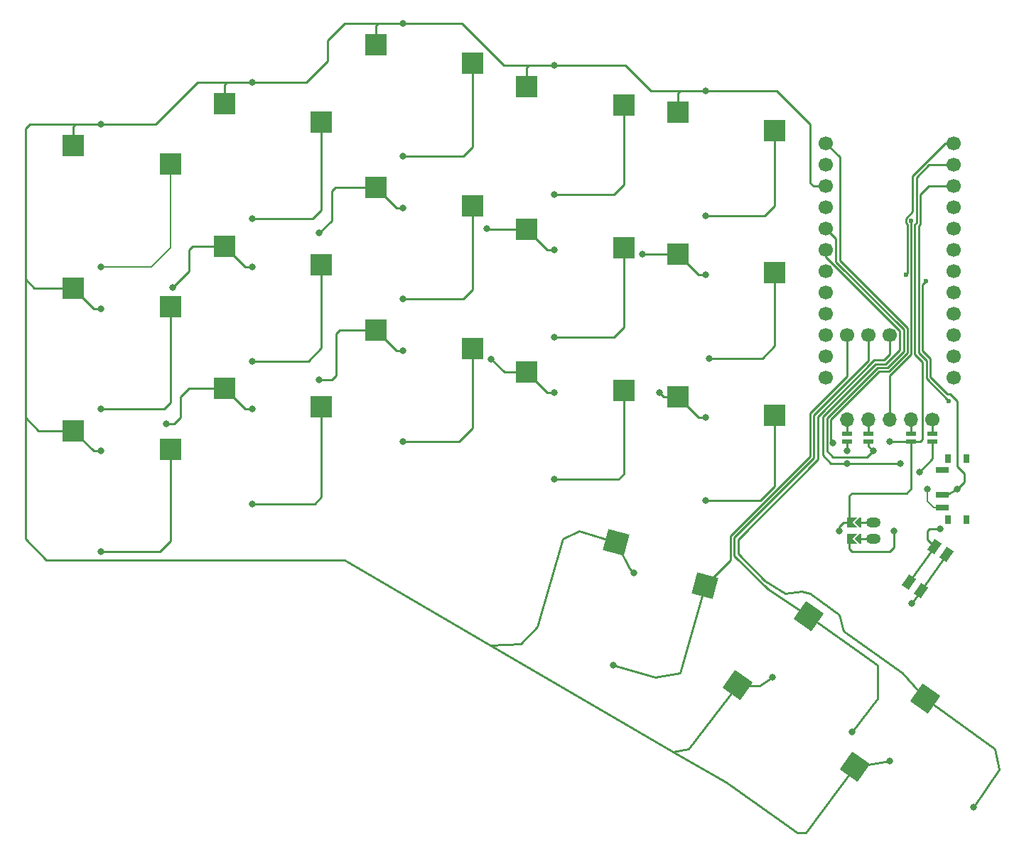
<source format=gbr>
%TF.GenerationSoftware,KiCad,Pcbnew,9.0.0*%
%TF.CreationDate,2025-03-13T17:07:21-04:00*%
%TF.ProjectId,Tenebra,54656e65-6272-4612-9e6b-696361645f70,v1.0.0*%
%TF.SameCoordinates,Original*%
%TF.FileFunction,Copper,L2,Bot*%
%TF.FilePolarity,Positive*%
%FSLAX46Y46*%
G04 Gerber Fmt 4.6, Leading zero omitted, Abs format (unit mm)*
G04 Created by KiCad (PCBNEW 9.0.0) date 2025-03-13 17:07:21*
%MOMM*%
%LPD*%
G01*
G04 APERTURE LIST*
G04 Aperture macros list*
%AMRotRect*
0 Rectangle, with rotation*
0 The origin of the aperture is its center*
0 $1 length*
0 $2 width*
0 $3 Rotation angle, in degrees counterclockwise*
0 Add horizontal line*
21,1,$1,$2,0,0,$3*%
%AMFreePoly0*
4,1,6,0.600000,-1.000000,0.000000,-0.400000,-0.600000,-1.000000,-0.600000,0.250000,0.600000,0.250000,0.600000,-1.000000,0.600000,-1.000000,$1*%
%AMFreePoly1*
4,1,6,0.600000,-0.200000,0.600000,-0.400000,-0.600000,-0.400000,-0.600000,-0.200000,0.000000,0.400000,0.600000,-0.200000,0.600000,-0.200000,$1*%
G04 Aperture macros list end*
%TA.AperFunction,SMDPad,CuDef*%
%ADD10R,2.600000X2.600000*%
%TD*%
%TA.AperFunction,ComponentPad*%
%ADD11C,1.700000*%
%TD*%
%TA.AperFunction,SMDPad,CuDef*%
%ADD12RotRect,2.600000X2.600000X55.000000*%
%TD*%
%TA.AperFunction,SMDPad,CuDef*%
%ADD13FreePoly0,90.000000*%
%TD*%
%TA.AperFunction,ComponentPad*%
%ADD14O,1.750000X1.200000*%
%TD*%
%TA.AperFunction,SMDPad,CuDef*%
%ADD15FreePoly1,90.000000*%
%TD*%
%TA.AperFunction,SMDPad,CuDef*%
%ADD16RotRect,1.550000X1.000000X55.000000*%
%TD*%
%TA.AperFunction,SMDPad,CuDef*%
%ADD17R,0.800000X1.000000*%
%TD*%
%TA.AperFunction,SMDPad,CuDef*%
%ADD18R,1.500000X0.700000*%
%TD*%
%TA.AperFunction,ComponentPad*%
%ADD19O,1.700000X1.700000*%
%TD*%
%TA.AperFunction,SMDPad,CuDef*%
%ADD20R,1.200000X0.600000*%
%TD*%
%TA.AperFunction,SMDPad,CuDef*%
%ADD21RotRect,2.600000X2.600000X345.000000*%
%TD*%
%TA.AperFunction,ViaPad*%
%ADD22C,0.800000*%
%TD*%
%TA.AperFunction,ViaPad*%
%ADD23C,0.600000*%
%TD*%
%TA.AperFunction,Conductor*%
%ADD24C,0.250000*%
%TD*%
%TA.AperFunction,Conductor*%
%ADD25C,0.200000*%
%TD*%
G04 APERTURE END LIST*
D10*
%TO.P,S9,1*%
%TO.N,GND*%
X132725000Y-48050000D03*
%TO.P,S9,2*%
%TO.N,main_middle_top*%
X144275000Y-50250000D03*
%TD*%
D11*
%TO.P,MCU1,1*%
%TO.N,RAW*%
X201620000Y-59800000D03*
%TO.P,MCU1,2*%
%TO.N,GND*%
X201620000Y-62340000D03*
%TO.P,MCU1,3*%
%TO.N,RST*%
X201620000Y-64880000D03*
%TO.P,MCU1,4*%
%TO.N,VCC*%
X201620000Y-67420000D03*
%TO.P,MCU1,5*%
%TO.N,main_index_top*%
X201620000Y-69960000D03*
%TO.P,MCU1,6*%
%TO.N,main_middle_top*%
X201620000Y-72500000D03*
%TO.P,MCU1,7*%
%TO.N,main_inner_home*%
X201620000Y-75040000D03*
%TO.P,MCU1,8*%
%TO.N,main_middle_home*%
X201620000Y-77580000D03*
%TO.P,MCU1,9*%
%TO.N,main_pinky_home*%
X201620000Y-80120000D03*
%TO.P,MCU1,10*%
%TO.N,main_middle_bottom*%
X201620000Y-82660000D03*
%TO.P,MCU1,11*%
%TO.N,main_ring_bottom*%
X201620000Y-85200000D03*
%TO.P,MCU1,12*%
%TO.N,main_pinky_bottom*%
X201620000Y-87740000D03*
%TO.P,MCU1,13*%
%TO.N,main_inner_bottom*%
X186380000Y-87740000D03*
%TO.P,MCU1,14*%
%TO.N,main_index_bottom*%
X186380000Y-85200000D03*
%TO.P,MCU1,15*%
%TO.N,main_ring_home*%
X186380000Y-82660000D03*
%TO.P,MCU1,16*%
%TO.N,main_index_home*%
X186380000Y-80120000D03*
%TO.P,MCU1,17*%
%TO.N,main_pinky_top*%
X186380000Y-77580000D03*
%TO.P,MCU1,18*%
%TO.N,main_ring_top*%
X186380000Y-75040000D03*
%TO.P,MCU1,19*%
%TO.N,P3*%
X186380000Y-72500000D03*
%TO.P,MCU1,20*%
%TO.N,P2*%
X186380000Y-69960000D03*
%TO.P,MCU1,21*%
%TO.N,GND*%
X186380000Y-67420000D03*
%TO.P,MCU1,22*%
X186380000Y-64880000D03*
%TO.P,MCU1,23*%
%TO.N,main_inner_top*%
X186380000Y-62340000D03*
%TO.P,MCU1,24*%
%TO.N,P1*%
X186380000Y-59800000D03*
%TO.P,MCU1,25*%
%TO.N,thumb_inner*%
X188920000Y-82660000D03*
%TO.P,MCU1,26*%
%TO.N,thumb_home*%
X191460000Y-82660000D03*
%TO.P,MCU1,27*%
%TO.N,thumb_outer*%
X194000000Y-82660000D03*
%TD*%
D12*
%TO.P,S17,1*%
%TO.N,GND*%
X175885887Y-124417096D03*
%TO.P,S17,2*%
%TO.N,thumb_home*%
X184312829Y-116217758D03*
%TD*%
D13*
%TO.P,JST1,1*%
%TO.N,pos*%
X189184000Y-107000000D03*
%TO.P,JST1,2*%
%TO.N,GND*%
X189184000Y-105000000D03*
D14*
%TO.P,JST1,11*%
%TO.N,JST1_1*%
X192000000Y-105000000D03*
%TO.P,JST1,12*%
%TO.N,JST1_2*%
X192000000Y-107000000D03*
D15*
%TO.P,JST1,31*%
%TO.N,JST1_1*%
X190200000Y-105000000D03*
%TO.P,JST1,32*%
%TO.N,JST1_2*%
X190200000Y-107000000D03*
%TD*%
D16*
%TO.P,RST1,1*%
%TO.N,GND*%
X200701917Y-108837266D03*
%TO.P,RST1,2*%
%TO.N,RST*%
X199309359Y-107862186D03*
%TO.P,RST1,3*%
%TO.N,GND*%
X197690641Y-113137814D03*
%TO.P,RST1,4*%
%TO.N,RST*%
X196298083Y-112162734D03*
%TD*%
D10*
%TO.P,S4,1*%
%TO.N,GND*%
X114725000Y-89050000D03*
%TO.P,S4,2*%
%TO.N,main_ring_bottom*%
X126275000Y-91250000D03*
%TD*%
%TO.P,S12,1*%
%TO.N,GND*%
X150725000Y-53050000D03*
%TO.P,S12,2*%
%TO.N,main_index_top*%
X162275000Y-55250000D03*
%TD*%
%TO.P,S1,1*%
%TO.N,GND*%
X96725000Y-94050000D03*
%TO.P,S1,2*%
%TO.N,main_pinky_bottom*%
X108275000Y-96250000D03*
%TD*%
%TO.P,S15,1*%
%TO.N,GND*%
X168725000Y-56050000D03*
%TO.P,S15,2*%
%TO.N,main_inner_top*%
X180275000Y-58250000D03*
%TD*%
%TO.P,S6,1*%
%TO.N,GND*%
X114725000Y-55050000D03*
%TO.P,S6,2*%
%TO.N,main_ring_top*%
X126275000Y-57250000D03*
%TD*%
%TO.P,S14,1*%
%TO.N,GND*%
X168725000Y-73050000D03*
%TO.P,S14,2*%
%TO.N,main_inner_home*%
X180275000Y-75250000D03*
%TD*%
%TO.P,S10,1*%
%TO.N,GND*%
X150725000Y-87050000D03*
%TO.P,S10,2*%
%TO.N,main_index_bottom*%
X162275000Y-89250000D03*
%TD*%
%TO.P,S8,1*%
%TO.N,GND*%
X132725000Y-65050000D03*
%TO.P,S8,2*%
%TO.N,main_middle_home*%
X144275000Y-67250000D03*
%TD*%
%TO.P,S11,1*%
%TO.N,GND*%
X150725000Y-70050000D03*
%TO.P,S11,2*%
%TO.N,main_index_home*%
X162275000Y-72250000D03*
%TD*%
%TO.P,S13,1*%
%TO.N,GND*%
X168725000Y-90050000D03*
%TO.P,S13,2*%
%TO.N,main_inner_bottom*%
X180275000Y-92250000D03*
%TD*%
%TO.P,S2,1*%
%TO.N,GND*%
X96725000Y-77050000D03*
%TO.P,S2,2*%
%TO.N,main_pinky_home*%
X108275000Y-79250000D03*
%TD*%
%TO.P,S7,1*%
%TO.N,GND*%
X132725000Y-82050000D03*
%TO.P,S7,2*%
%TO.N,main_middle_bottom*%
X144275000Y-84250000D03*
%TD*%
%TO.P,S3,1*%
%TO.N,GND*%
X96725000Y-60050000D03*
%TO.P,S3,2*%
%TO.N,main_pinky_top*%
X108275000Y-62250000D03*
%TD*%
D12*
%TO.P,S18,1*%
%TO.N,GND*%
X189811472Y-134167895D03*
%TO.P,S18,2*%
%TO.N,thumb_outer*%
X198238414Y-125968557D03*
%TD*%
D17*
%TO.P,PWR1,*%
%TO.N,*%
X200915000Y-97350000D03*
X200915000Y-104650000D03*
X203125000Y-97350000D03*
X203125000Y-104650000D03*
D18*
%TO.P,PWR1,1*%
%TO.N,N/C*%
X200265000Y-98750000D03*
%TO.P,PWR1,2*%
%TO.N,RAW*%
X200265000Y-101750000D03*
%TO.P,PWR1,3*%
%TO.N,pos*%
X200265000Y-103250000D03*
%TD*%
D10*
%TO.P,S5,1*%
%TO.N,GND*%
X114725000Y-72050000D03*
%TO.P,S5,2*%
%TO.N,main_ring_home*%
X126275000Y-74250000D03*
%TD*%
D19*
%TO.P,DISP1,1*%
%TO.N,DISP1_1*%
X188920000Y-92700000D03*
%TO.P,DISP1,2*%
%TO.N,DISP1_2*%
X191460000Y-92700000D03*
%TO.P,DISP1,3*%
%TO.N,VCC*%
X194000000Y-92700000D03*
%TO.P,DISP1,4*%
%TO.N,DISP1_4*%
X196540000Y-92700000D03*
D11*
%TO.P,DISP1,5*%
%TO.N,DISP1_5*%
X199080000Y-92700000D03*
D20*
%TO.P,DISP1,20*%
%TO.N,P1*%
X199080000Y-95350000D03*
%TO.P,DISP1,21*%
%TO.N,GND*%
X196540000Y-95350000D03*
%TO.P,DISP1,22*%
%TO.N,P2*%
X191460000Y-95350000D03*
%TO.P,DISP1,23*%
%TO.N,P3*%
X188920000Y-95350000D03*
%TO.P,DISP1,24*%
%TO.N,DISP1_5*%
X199080000Y-94450000D03*
%TO.P,DISP1,25*%
%TO.N,DISP1_4*%
X196540000Y-94450000D03*
%TO.P,DISP1,26*%
%TO.N,DISP1_2*%
X191460000Y-94450000D03*
%TO.P,DISP1,27*%
%TO.N,DISP1_1*%
X188920000Y-94450000D03*
%TD*%
D21*
%TO.P,S16,1*%
%TO.N,GND*%
X161376566Y-107405109D03*
%TO.P,S16,2*%
%TO.N,thumb_inner*%
X171963608Y-112519506D03*
%TD*%
D22*
%TO.N,RAW*%
X202000000Y-101000000D03*
D23*
X195900000Y-75500000D03*
X198250000Y-76250000D03*
D22*
%TO.N,GND*%
X126000000Y-88000000D03*
X166500000Y-89500000D03*
X108500000Y-77000000D03*
X154000000Y-72500000D03*
X163500000Y-111000000D03*
X136000000Y-45500000D03*
X118000000Y-91500000D03*
X100000000Y-57500000D03*
X194000000Y-95350000D03*
X154000000Y-89500000D03*
X154000000Y-50500000D03*
X126000000Y-70500000D03*
X118000000Y-52500000D03*
X100000000Y-96500000D03*
X194000000Y-133500000D03*
X107750000Y-93250000D03*
X146000000Y-70000000D03*
X188000000Y-106000000D03*
X136000000Y-84500000D03*
X146500000Y-85500000D03*
X180000000Y-123500000D03*
X196625727Y-114625727D03*
X172000000Y-53500000D03*
X118000000Y-74500000D03*
X100000000Y-79500000D03*
X164500000Y-73000000D03*
X172000000Y-75500000D03*
X136000000Y-67500000D03*
X172000000Y-92500000D03*
%TO.N,RST*%
X200000000Y-105750000D03*
D23*
X201000000Y-90500000D03*
%TO.N,VCC*%
X196525000Y-69000000D03*
D22*
%TO.N,main_index_top*%
X154000000Y-65875000D03*
%TO.N,main_middle_top*%
X136000000Y-61325000D03*
%TO.N,main_inner_home*%
X172500000Y-85425000D03*
%TO.N,main_middle_home*%
X136000000Y-78325000D03*
%TO.N,main_pinky_home*%
X100000000Y-91500000D03*
%TO.N,main_middle_bottom*%
X136000000Y-95325000D03*
%TO.N,main_ring_bottom*%
X118000000Y-102775000D03*
%TO.N,main_pinky_bottom*%
X100000000Y-108500000D03*
%TO.N,P1*%
X187225000Y-95500000D03*
X197500000Y-99000000D03*
%TO.N,main_inner_top*%
X172000000Y-68425000D03*
%TO.N,P2*%
X192000000Y-96500000D03*
%TO.N,P3*%
X188920000Y-97950000D03*
X195225000Y-98000000D03*
X188920000Y-96500000D03*
%TO.N,main_ring_top*%
X118000000Y-68775000D03*
%TO.N,main_pinky_top*%
X100000000Y-74500000D03*
%TO.N,main_index_home*%
X154000000Y-82875000D03*
%TO.N,main_ring_home*%
X118000000Y-85775000D03*
%TO.N,main_index_bottom*%
X154000000Y-99875000D03*
%TO.N,main_inner_bottom*%
X172000000Y-102425000D03*
%TO.N,thumb_inner*%
X161000000Y-122000000D03*
%TO.N,thumb_home*%
X189500000Y-130000000D03*
%TO.N,thumb_outer*%
X204000000Y-139000000D03*
%TO.N,pos*%
X198500000Y-100999994D03*
X194500000Y-106000000D03*
%TD*%
D24*
%TO.N,RAW*%
X196074000Y-69434298D02*
X195899000Y-69259298D01*
X195899000Y-68740702D02*
X196700000Y-67939702D01*
X195899000Y-69259298D02*
X195899000Y-68740702D01*
X197878000Y-76622000D02*
X197878000Y-84500000D01*
X198806000Y-87668190D02*
X200818905Y-89681095D01*
X202851000Y-99157860D02*
X202000000Y-98306860D01*
X201181095Y-89681095D02*
X202000000Y-90500000D01*
X202000000Y-98306860D02*
X202000000Y-90500000D01*
X198250000Y-76250000D02*
X197878000Y-76622000D01*
X195900000Y-75500000D02*
X196074000Y-75326000D01*
X196074000Y-75326000D02*
X196074000Y-69434298D01*
X198806000Y-85428000D02*
X198806000Y-87668190D01*
X200818905Y-89681095D02*
X201181095Y-89681095D01*
X200562190Y-59800000D02*
X201620000Y-59800000D01*
X196700000Y-63662190D02*
X200562190Y-59800000D01*
X197878000Y-84500000D02*
X198806000Y-85428000D01*
X202000000Y-101000000D02*
X202851000Y-100149000D01*
X202000000Y-101000000D02*
X202191726Y-101000000D01*
X202851000Y-100149000D02*
X202851000Y-99157860D01*
X202000000Y-101000000D02*
X200765000Y-101750000D01*
X196700000Y-67939702D02*
X196700000Y-63662190D01*
%TO.N,GND*%
X168180556Y-132319444D02*
X170000000Y-132000000D01*
X91000000Y-92500000D02*
X91000000Y-107000000D01*
X91000000Y-58000000D02*
X91000000Y-76000000D01*
X189811472Y-134167895D02*
X194000000Y-133500000D01*
X165500000Y-53500000D02*
X169500000Y-53500000D01*
X188500000Y-105000000D02*
X188000000Y-105500000D01*
X168725000Y-53775000D02*
X168725000Y-56050000D01*
X99175000Y-79500000D02*
X96725000Y-77050000D01*
X115500000Y-52500000D02*
X118000000Y-52500000D01*
X117175000Y-91500000D02*
X118000000Y-91500000D01*
X197151000Y-63849000D02*
X198660000Y-62340000D01*
X150000000Y-119500000D02*
X152000000Y-117500000D01*
X152000000Y-50500000D02*
X154000000Y-50500000D01*
X196540000Y-95350000D02*
X197650000Y-95350000D01*
X153175000Y-89500000D02*
X154000000Y-89500000D01*
X155000000Y-107000000D02*
X157000000Y-106000000D01*
X200701917Y-108837266D02*
X197690641Y-113137814D01*
X106500000Y-57500000D02*
X100000000Y-57500000D01*
X127000000Y-47500000D02*
X129000000Y-45500000D01*
X148050000Y-87050000D02*
X150725000Y-87050000D01*
X93500000Y-109500000D02*
X129000000Y-109500000D01*
X110500000Y-72500000D02*
X110950000Y-72050000D01*
X196540000Y-100960000D02*
X196000000Y-101500000D01*
X124500000Y-52500000D02*
X127000000Y-50000000D01*
X150725000Y-87050000D02*
X153175000Y-89500000D01*
X180500000Y-53500000D02*
X184500000Y-57500000D01*
X136000000Y-45500000D02*
X143000000Y-45500000D01*
X96725000Y-77050000D02*
X92050000Y-77050000D01*
X197904000Y-85904000D02*
X196976000Y-84976000D01*
X148000000Y-50500000D02*
X152000000Y-50500000D01*
X114725000Y-55050000D02*
X114725000Y-52775000D01*
X109500000Y-92500000D02*
X109500000Y-90000000D01*
X114725000Y-89050000D02*
X117175000Y-91500000D01*
X128450000Y-82050000D02*
X132725000Y-82050000D01*
X135175000Y-84500000D02*
X136000000Y-84500000D01*
X196000000Y-101500000D02*
X189500000Y-101500000D01*
X126000000Y-88000000D02*
X127500000Y-88000000D01*
X152000000Y-117500000D02*
X155000000Y-107000000D01*
X164550000Y-73050000D02*
X168725000Y-73050000D01*
X133000000Y-45500000D02*
X136000000Y-45500000D01*
X114725000Y-52775000D02*
X115000000Y-52500000D01*
X171175000Y-75500000D02*
X172000000Y-75500000D01*
X157000000Y-106000000D02*
X161376566Y-107405109D01*
X194000000Y-95350000D02*
X196540000Y-95350000D01*
X129000000Y-45500000D02*
X133000000Y-45500000D01*
X150725000Y-53050000D02*
X150725000Y-50775000D01*
X196976000Y-84976000D02*
X196976000Y-69434298D01*
X146050000Y-70050000D02*
X150725000Y-70050000D01*
X127500000Y-65500000D02*
X127950000Y-65050000D01*
X109500000Y-90000000D02*
X110450000Y-89050000D01*
X96725000Y-94050000D02*
X99175000Y-96500000D01*
X127950000Y-65050000D02*
X132725000Y-65050000D01*
X91500000Y-57500000D02*
X91000000Y-58000000D01*
X115000000Y-52500000D02*
X115500000Y-52500000D01*
X196540000Y-95350000D02*
X196540000Y-100960000D01*
X110500000Y-75000000D02*
X110500000Y-72500000D01*
X91000000Y-107000000D02*
X93500000Y-109500000D01*
X146500000Y-85500000D02*
X148050000Y-87050000D01*
X154000000Y-50500000D02*
X162500000Y-50500000D01*
X184880000Y-64880000D02*
X186380000Y-64880000D01*
X196976000Y-69434298D02*
X197151000Y-69259298D01*
X110950000Y-72050000D02*
X114725000Y-72050000D01*
X107750000Y-93250000D02*
X108750000Y-93250000D01*
X110450000Y-89050000D02*
X114725000Y-89050000D01*
X146378472Y-119621528D02*
X168180556Y-132319444D01*
X183000000Y-142000000D02*
X184000000Y-142000000D01*
X198660000Y-62340000D02*
X201620000Y-62340000D01*
X91000000Y-82500000D02*
X91000000Y-92500000D01*
X184500000Y-64500000D02*
X184880000Y-64880000D01*
X127000000Y-50000000D02*
X127000000Y-47500000D01*
X117175000Y-74500000D02*
X118000000Y-74500000D01*
X168725000Y-90050000D02*
X167050000Y-90050000D01*
X146378472Y-119621528D02*
X150000000Y-119500000D01*
X169000000Y-53500000D02*
X168725000Y-53775000D01*
X189184000Y-101816000D02*
X189500000Y-101500000D01*
X163000000Y-110500000D02*
X163500000Y-111000000D01*
X96725000Y-57775000D02*
X97000000Y-57500000D01*
X189184000Y-105000000D02*
X188500000Y-105000000D01*
X146000000Y-70000000D02*
X146050000Y-70050000D01*
X97000000Y-57500000D02*
X91500000Y-57500000D01*
X175885887Y-124417096D02*
X178500000Y-124477061D01*
X128000000Y-82500000D02*
X128450000Y-82050000D01*
X97000000Y-57500000D02*
X100000000Y-57500000D01*
X92050000Y-77050000D02*
X91000000Y-76000000D01*
X100000000Y-79500000D02*
X99175000Y-79500000D01*
X132725000Y-48050000D02*
X132725000Y-45775000D01*
X99175000Y-96500000D02*
X100000000Y-96500000D01*
X168725000Y-90050000D02*
X171175000Y-92500000D01*
X135175000Y-67500000D02*
X136000000Y-67500000D01*
X108500000Y-77000000D02*
X110500000Y-75000000D01*
X169500000Y-53500000D02*
X169000000Y-53500000D01*
X168180556Y-132319444D02*
X174500000Y-136000000D01*
X174500000Y-136000000D02*
X183000000Y-142000000D01*
X129000000Y-109500000D02*
X146378472Y-119621528D01*
X189184000Y-105000000D02*
X189184000Y-101816000D01*
X132725000Y-65050000D02*
X135175000Y-67500000D01*
X171175000Y-92500000D02*
X172000000Y-92500000D01*
X162500000Y-50500000D02*
X165500000Y-53500000D01*
X184000000Y-142000000D02*
X189811472Y-134167895D01*
X114725000Y-72050000D02*
X117175000Y-74500000D01*
X91000000Y-92500000D02*
X92550000Y-94050000D01*
X164500000Y-73000000D02*
X164550000Y-73050000D01*
X118000000Y-52500000D02*
X124500000Y-52500000D01*
X128000000Y-87500000D02*
X128000000Y-82500000D01*
X188000000Y-105500000D02*
X188000000Y-106000000D01*
X169500000Y-53500000D02*
X180500000Y-53500000D01*
X92550000Y-94050000D02*
X96725000Y-94050000D01*
X167050000Y-90050000D02*
X166500000Y-89500000D01*
X153175000Y-72500000D02*
X154000000Y-72500000D01*
X197151000Y-69259298D02*
X197151000Y-63849000D01*
X115500000Y-52500000D02*
X111500000Y-52500000D01*
X108750000Y-93250000D02*
X109500000Y-92500000D01*
X161376566Y-107405109D02*
X163000000Y-110500000D01*
X91000000Y-76000000D02*
X91000000Y-82500000D01*
X178500000Y-124477061D02*
X180000000Y-123500000D01*
X197650000Y-95350000D02*
X197904000Y-95096000D01*
X127500000Y-88000000D02*
X128000000Y-87500000D01*
X168725000Y-73050000D02*
X171175000Y-75500000D01*
X150725000Y-70050000D02*
X153175000Y-72500000D01*
X184500000Y-57500000D02*
X184500000Y-64500000D01*
X143000000Y-45500000D02*
X148000000Y-50500000D01*
X126000000Y-70500000D02*
X127500000Y-69000000D01*
X96725000Y-60050000D02*
X96725000Y-57775000D01*
X170000000Y-132000000D02*
X175885887Y-124417096D01*
X111500000Y-52500000D02*
X106500000Y-57500000D01*
X132725000Y-82050000D02*
X135175000Y-84500000D01*
X196625727Y-114625727D02*
X197690641Y-113137814D01*
X127500000Y-69000000D02*
X127500000Y-65500000D01*
X150725000Y-50775000D02*
X151000000Y-50500000D01*
X197904000Y-95096000D02*
X197904000Y-85904000D01*
X151000000Y-50500000D02*
X152000000Y-50500000D01*
X132725000Y-45775000D02*
X133000000Y-45500000D01*
%TO.N,RST*%
X197427000Y-69621108D02*
X197602000Y-69446108D01*
X197602000Y-69446108D02*
X197602000Y-65898000D01*
X197427000Y-84789190D02*
X197427000Y-69621108D01*
X196298083Y-112162734D02*
X199309359Y-107862186D01*
X200000000Y-105750000D02*
X198750000Y-105750000D01*
X197602000Y-65898000D02*
X198620000Y-64880000D01*
X198355000Y-87855000D02*
X198355000Y-85717190D01*
X198355000Y-85717190D02*
X197427000Y-84789190D01*
X198500000Y-106000000D02*
X198500000Y-107052827D01*
X198620000Y-64880000D02*
X201620000Y-64880000D01*
X201000000Y-90500000D02*
X198355000Y-87855000D01*
X198750000Y-105750000D02*
X198500000Y-106000000D01*
X198500000Y-107052827D02*
X199309359Y-107862186D01*
%TO.N,VCC*%
X196525000Y-84975000D02*
X194000000Y-87500000D01*
X194000000Y-87500000D02*
X194000000Y-92700000D01*
X196525000Y-69000000D02*
X196525000Y-84975000D01*
%TO.N,main_index_top*%
X154000000Y-65875000D02*
X161125000Y-65875000D01*
X161125000Y-65875000D02*
X162275000Y-64725000D01*
X162275000Y-64725000D02*
X162275000Y-55250000D01*
%TO.N,main_middle_top*%
X144275000Y-60225000D02*
X144275000Y-50250000D01*
X143175000Y-61325000D02*
X144275000Y-60225000D01*
X136000000Y-61325000D02*
X143175000Y-61325000D01*
%TO.N,main_inner_home*%
X172500000Y-85425000D02*
X178800000Y-85425000D01*
X180275000Y-83950000D02*
X180275000Y-75250000D01*
X178800000Y-85425000D02*
X180275000Y-83950000D01*
%TO.N,main_middle_home*%
X136000000Y-78325000D02*
X143175000Y-78325000D01*
X143175000Y-78325000D02*
X144275000Y-77225000D01*
X144275000Y-77225000D02*
X144275000Y-67250000D01*
%TO.N,main_pinky_home*%
X107500000Y-91500000D02*
X108275000Y-90725000D01*
X100000000Y-91500000D02*
X107500000Y-91500000D01*
X108275000Y-90725000D02*
X108275000Y-79250000D01*
%TO.N,main_middle_bottom*%
X144275000Y-93725000D02*
X144275000Y-84250000D01*
X136000000Y-95325000D02*
X142675000Y-95325000D01*
X142675000Y-95325000D02*
X144275000Y-93725000D01*
%TO.N,main_ring_bottom*%
X125500000Y-102775000D02*
X126275000Y-102000000D01*
X118000000Y-102775000D02*
X125500000Y-102775000D01*
X126275000Y-102000000D02*
X126275000Y-91250000D01*
%TO.N,main_pinky_bottom*%
X108275000Y-96250000D02*
X108275000Y-107225000D01*
X107000000Y-108500000D02*
X100000000Y-108500000D01*
X108275000Y-107225000D02*
X107000000Y-108500000D01*
%TO.N,P1*%
X186950000Y-95225000D02*
X187225000Y-95500000D01*
X192681980Y-87000000D02*
X186950000Y-92731980D01*
X197500000Y-99000000D02*
X199080000Y-97420000D01*
X186380000Y-59800000D02*
X188005000Y-61425000D01*
X199080000Y-97420000D02*
X199080000Y-95350000D01*
X193863604Y-87000000D02*
X192681980Y-87000000D01*
X186950000Y-92731980D02*
X186950000Y-95225000D01*
X188005000Y-73730507D02*
X196075000Y-81800506D01*
X196075000Y-81800506D02*
X196075000Y-84788604D01*
X188005000Y-61425000D02*
X188005000Y-73730507D01*
X196075000Y-84788604D02*
X193863604Y-87000000D01*
%TO.N,main_inner_top*%
X180275000Y-67225000D02*
X180275000Y-58250000D01*
X179075000Y-68425000D02*
X180275000Y-67225000D01*
X172000000Y-68425000D02*
X179075000Y-68425000D01*
%TO.N,P2*%
X186500000Y-96500000D02*
X186500000Y-92545584D01*
X193677208Y-86550000D02*
X195625000Y-84602208D01*
X191460000Y-95960000D02*
X191460000Y-95350000D01*
X195625000Y-84602208D02*
X195625000Y-81986902D01*
X192000000Y-96500000D02*
X191275000Y-97225000D01*
X187555000Y-71135000D02*
X187555000Y-73916903D01*
X186380000Y-69960000D02*
X187555000Y-71135000D01*
X186500000Y-92545584D02*
X192495584Y-86550000D01*
X195569048Y-81930951D02*
X195569049Y-81930951D01*
X191275000Y-97225000D02*
X187225000Y-97225000D01*
X195625000Y-81986902D02*
X195569049Y-81930951D01*
X187225000Y-97225000D02*
X186500000Y-96500000D01*
X192000000Y-96500000D02*
X191460000Y-95960000D01*
X187555000Y-73916903D02*
X195569048Y-81930951D01*
X192495584Y-86550000D02*
X193677208Y-86550000D01*
%TO.N,P3*%
X186950000Y-97950000D02*
X186000000Y-97000000D01*
X186000000Y-97000000D02*
X186000000Y-92409188D01*
X188970000Y-98000000D02*
X188920000Y-97950000D01*
X186380000Y-73378299D02*
X186380000Y-72500000D01*
X193490812Y-86100000D02*
X195175000Y-84415812D01*
X195175000Y-84415812D02*
X195175000Y-82173299D01*
X195175000Y-82173299D02*
X186380000Y-73378299D01*
X188920000Y-97950000D02*
X186950000Y-97950000D01*
X192309188Y-86100000D02*
X193490812Y-86100000D01*
X195225000Y-98000000D02*
X188970000Y-98000000D01*
X188920000Y-95350000D02*
X188920000Y-96500000D01*
X186000000Y-92409188D02*
X192309188Y-86100000D01*
%TO.N,main_ring_top*%
X118000000Y-68775000D02*
X125225000Y-68775000D01*
X126275000Y-67725000D02*
X126275000Y-57250000D01*
X125225000Y-68775000D02*
X126275000Y-67725000D01*
D25*
%TO.N,main_pinky_top*%
X108275000Y-72225000D02*
X106000000Y-74500000D01*
X106000000Y-74500000D02*
X100000000Y-74500000D01*
X108275000Y-62250000D02*
X108275000Y-72225000D01*
D24*
%TO.N,main_index_home*%
X154000000Y-82875000D02*
X161125000Y-82875000D01*
X161125000Y-82875000D02*
X162275000Y-81725000D01*
X162275000Y-81725000D02*
X162275000Y-72250000D01*
%TO.N,main_ring_home*%
X126275000Y-84225000D02*
X126275000Y-74250000D01*
X124725000Y-85775000D02*
X126275000Y-84225000D01*
X118000000Y-85775000D02*
X124725000Y-85775000D01*
%TO.N,main_index_bottom*%
X161625000Y-99875000D02*
X162275000Y-99225000D01*
X154000000Y-99875000D02*
X161625000Y-99875000D01*
X162275000Y-99225000D02*
X162275000Y-89250000D01*
%TO.N,main_inner_bottom*%
X172000000Y-102425000D02*
X178575000Y-102425000D01*
X180275000Y-100725000D02*
X180275000Y-92250000D01*
X178575000Y-102425000D02*
X180275000Y-100725000D01*
%TO.N,thumb_inner*%
X175000000Y-109483114D02*
X171963608Y-112519506D01*
X188920000Y-82660000D02*
X188920000Y-87580000D01*
X184500000Y-92000000D02*
X184500000Y-97136396D01*
X166000000Y-123500000D02*
X161000000Y-122000000D01*
X171963608Y-112519506D02*
X169000000Y-123000000D01*
X184500000Y-97136396D02*
X175000000Y-106636396D01*
X169000000Y-123000000D02*
X166000000Y-123500000D01*
X175000000Y-106636396D02*
X175000000Y-109483114D01*
X188920000Y-87580000D02*
X184500000Y-92000000D01*
%TO.N,thumb_home*%
X191460000Y-85676396D02*
X184950000Y-92186396D01*
X191460000Y-82660000D02*
X191460000Y-85676396D01*
X192500000Y-126000000D02*
X189500000Y-130000000D01*
X184950000Y-92186396D02*
X184950000Y-97322792D01*
X192500000Y-122000000D02*
X192500000Y-126000000D01*
X175450000Y-108950000D02*
X179500000Y-113000000D01*
X187500000Y-118500000D02*
X192500000Y-122000000D01*
X175450000Y-106822792D02*
X175450000Y-108950000D01*
X184312829Y-116217758D02*
X187500000Y-118500000D01*
X184950000Y-97322792D02*
X175450000Y-106822792D01*
X179500000Y-113000000D02*
X184312829Y-116217758D01*
%TO.N,thumb_outer*%
X193304416Y-85650000D02*
X192122792Y-85650000D01*
X207000000Y-134500000D02*
X204000000Y-139000000D01*
X185400000Y-92372792D02*
X185400000Y-97509188D01*
X194000000Y-82660000D02*
X194000000Y-84954416D01*
X192122792Y-85650000D02*
X185400000Y-92372792D01*
X187950000Y-116050000D02*
X188500000Y-118000000D01*
X175900000Y-107009188D02*
X175900000Y-108763604D01*
X198238414Y-125968557D02*
X206500000Y-132000000D01*
X179068198Y-111931802D02*
X181500000Y-113500000D01*
X206500000Y-132000000D02*
X207000000Y-134500000D01*
X175900000Y-108763604D02*
X179068198Y-111931802D01*
X194000000Y-84954416D02*
X193304416Y-85650000D01*
X184500000Y-113500000D02*
X187950000Y-116050000D01*
X181500000Y-113500000D02*
X183500000Y-113211293D01*
X188500000Y-118000000D02*
X195500000Y-123000000D01*
X183500000Y-113211293D02*
X184500000Y-113500000D01*
X195500000Y-123000000D02*
X198238414Y-125968557D01*
X185400000Y-97509188D02*
X175900000Y-107009188D01*
%TO.N,JST1_1*%
X190200000Y-105000000D02*
X192000000Y-105000000D01*
%TO.N,JST1_2*%
X190200000Y-107000000D02*
X192000000Y-107000000D01*
%TO.N,DISP1_1*%
X188920000Y-92700000D02*
X188920000Y-94450000D01*
%TO.N,DISP1_2*%
X191460000Y-92700000D02*
X191460000Y-94450000D01*
%TO.N,DISP1_4*%
X196540000Y-92700000D02*
X196540000Y-94450000D01*
%TO.N,DISP1_5*%
X199080000Y-92700000D02*
X199080000Y-94450000D01*
D25*
%TO.N,pos*%
X199250000Y-103250000D02*
X200765000Y-103250000D01*
X198500000Y-102500000D02*
X199250000Y-103250000D01*
D24*
X189500000Y-108500000D02*
X189184000Y-108184000D01*
X194500000Y-106000000D02*
X194500000Y-108000000D01*
X194500000Y-108000000D02*
X194000000Y-108500000D01*
X194000000Y-108500000D02*
X189500000Y-108500000D01*
X189184000Y-108184000D02*
X189184000Y-107000000D01*
D25*
X198500000Y-100999994D02*
X198500000Y-102500000D01*
%TD*%
M02*

</source>
